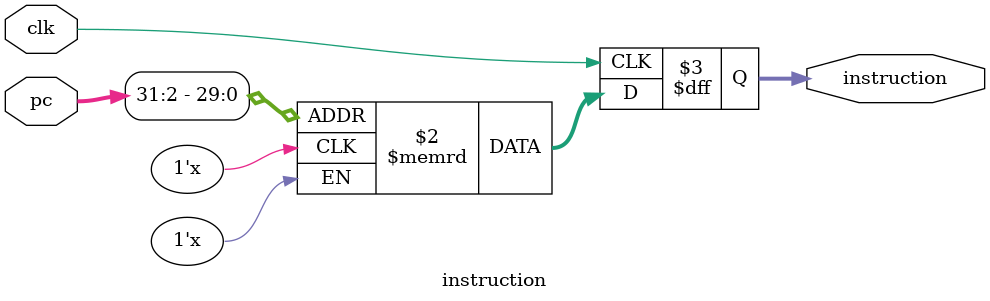
<source format=v>
module instruction (/*AUTOARG*/
   // Outputs
   instruction,
   // Inputs
   pc, clk
   ) ;
	//parameter instruction_length = 2 ** 14; // for 16 KB Instruction
   parameter instruction_length = 2 ** 10; // for 1 KB Instruction
   input [31:0] pc;
   input       clk;
   output reg [31:0] instruction;

   reg [31:0] instruction_data[instruction_length - 1 : 0] ;

   always @ (negedge clk) begin
      instruction <= instruction_data[pc[31:2]];
   end

endmodule // instruction
</source>
